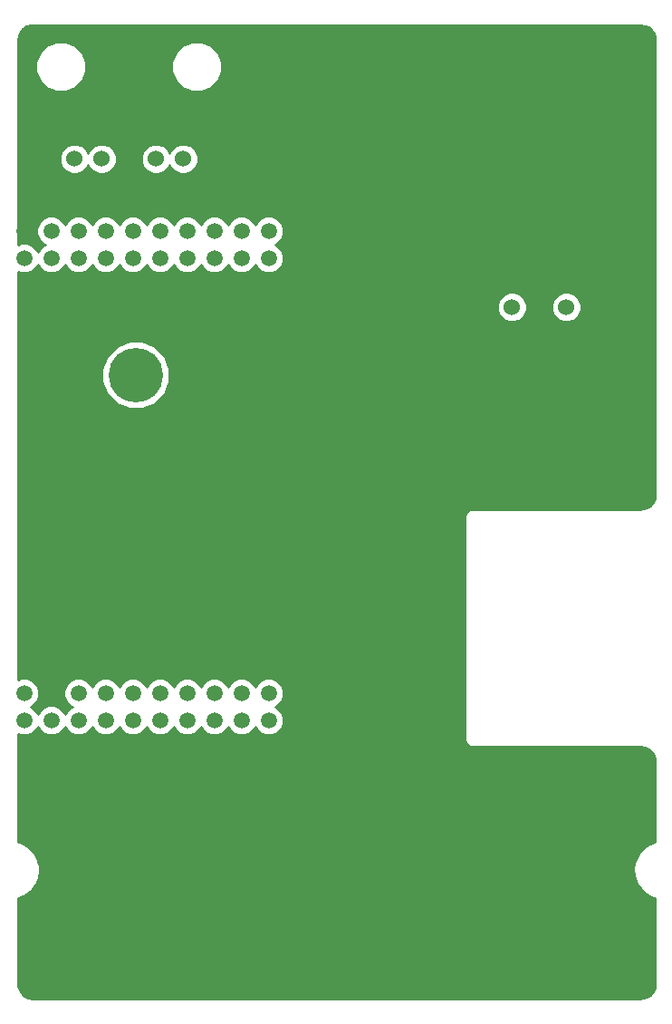
<source format=gbr>
G04 #@! TF.GenerationSoftware,KiCad,Pcbnew,(5.0.0)*
G04 #@! TF.CreationDate,2018-10-11T10:24:37-05:00*
G04 #@! TF.ProjectId,DriveBoard_Hardware,4472697665426F6172645F4861726477,rev?*
G04 #@! TF.SameCoordinates,Original*
G04 #@! TF.FileFunction,Copper,L2,Bot,Signal*
G04 #@! TF.FilePolarity,Positive*
%FSLAX46Y46*%
G04 Gerber Fmt 4.6, Leading zero omitted, Abs format (unit mm)*
G04 Created by KiCad (PCBNEW (5.0.0)) date 10/11/18 10:24:37*
%MOMM*%
%LPD*%
G01*
G04 APERTURE LIST*
G04 #@! TA.AperFunction,ComponentPad*
%ADD10C,5.080000*%
G04 #@! TD*
G04 #@! TA.AperFunction,ComponentPad*
%ADD11C,1.524000*%
G04 #@! TD*
G04 #@! TA.AperFunction,ComponentPad*
%ADD12C,1.520000*%
G04 #@! TD*
G04 #@! TA.AperFunction,Conductor*
%ADD13C,0.254000*%
G04 #@! TD*
G04 APERTURE END LIST*
D10*
G04 #@! TO.P,Conn1,1*
G04 #@! TO.N,GND*
X84353400Y-93727000D03*
G04 #@! TO.P,Conn1,2*
G04 #@! TO.N,/+12V*
X84353400Y-85726000D03*
G04 #@! TD*
D11*
G04 #@! TO.P,Conn2,1*
G04 #@! TO.N,Net-(Conn2-Pad1)*
X78613000Y-65532000D03*
G04 #@! TO.P,Conn2,2*
G04 #@! TO.N,Net-(Conn2-Pad2)*
X81153000Y-65532000D03*
G04 #@! TO.P,Conn2,3*
G04 #@! TO.N,GND*
X83693000Y-65532000D03*
G04 #@! TO.P,Conn2,4*
G04 #@! TO.N,TX_1_SL*
X86233000Y-65532000D03*
G04 #@! TO.P,Conn2,5*
G04 #@! TO.N,RX_1_SL*
X88773000Y-65532000D03*
G04 #@! TD*
D12*
G04 #@! TO.P,U1,+3V3*
G04 #@! TO.N,Net-(U1-Pad+3V3)*
X73914000Y-117983000D03*
G04 #@! TO.P,U1,PM6*
G04 #@! TO.N,Net-(U1-PadPM6)*
X96774000Y-72263000D03*
G04 #@! TO.P,U1,PQ1*
G04 #@! TO.N,Net-(U1-PadPQ1)*
X94234000Y-72263000D03*
G04 #@! TO.P,U1,PQ2*
G04 #@! TO.N,Net-(U1-PadPQ2)*
X86614000Y-72263000D03*
G04 #@! TO.P,U1,PK0*
G04 #@! TO.N,RX_2_IC*
X84074000Y-115443000D03*
G04 #@! TO.P,U1,PQ3*
G04 #@! TO.N,Net-(U1-PadPQ3)*
X89154000Y-72263000D03*
G04 #@! TO.P,U1,PP3*
G04 #@! TO.N,Net-(U1-PadPP3)*
X91694000Y-72263000D03*
G04 #@! TO.P,U1,PQ0*
G04 #@! TO.N,Net-(U1-PadPQ0)*
X89154000Y-117983000D03*
G04 #@! TO.P,U1,PA4*
G04 #@! TO.N,Net-(U1-PadPA4)*
X94234000Y-115443000D03*
G04 #@! TO.P,U1,Rese*
G04 #@! TO.N,Net-(U1-PadRese)*
X84074000Y-72263000D03*
G04 #@! TO.P,U1,PA7*
G04 #@! TO.N,Net-(U1-PadPA7)*
X81534000Y-72263000D03*
G04 #@! TO.P,U1,PN5*
G04 #@! TO.N,Net-(U1-PadPN5)*
X94234000Y-117983000D03*
G04 #@! TO.P,U1,PK2*
G04 #@! TO.N,Net-(U1-PadPK2)*
X89154000Y-115443000D03*
G04 #@! TO.P,U1,PK1*
G04 #@! TO.N,TX_2_IC*
X86614000Y-115443000D03*
G04 #@! TO.P,U1,+5V*
G04 #@! TO.N,+5V*
X73914000Y-115443000D03*
G04 #@! TO.P,U1,GND*
G04 #@! TO.N,GND*
X76454000Y-115443000D03*
G04 #@! TO.P,U1,PB4*
G04 #@! TO.N,Net-(U1-PadPB4)*
X78994000Y-115443000D03*
G04 #@! TO.P,U1,PB5*
G04 #@! TO.N,Net-(U1-PadPB5)*
X81534000Y-115443000D03*
G04 #@! TO.P,U1,PK3*
G04 #@! TO.N,Net-(U1-PadPK3)*
X91694000Y-115443000D03*
G04 #@! TO.P,U1,PA5*
G04 #@! TO.N,Net-(U1-PadPA5)*
X96774000Y-115443000D03*
G04 #@! TO.P,U1,PD2*
G04 #@! TO.N,Net-(U1-PadPD2)*
X76454000Y-117983000D03*
G04 #@! TO.P,U1,PP0*
G04 #@! TO.N,RX_1_IC*
X78994000Y-117983000D03*
G04 #@! TO.P,U1,PP1*
G04 #@! TO.N,TX_1_IC*
X81534000Y-117983000D03*
G04 #@! TO.P,U1,PD4*
G04 #@! TO.N,Net-(U1-PadPD4)*
X84074000Y-117983000D03*
G04 #@! TO.P,U1,PD5*
G04 #@! TO.N,Net-(U1-PadPD5)*
X86614000Y-117983000D03*
G04 #@! TO.P,U1,PP4*
G04 #@! TO.N,Net-(U1-PadPP4)*
X91694000Y-117983000D03*
G04 #@! TO.P,U1,PN4*
G04 #@! TO.N,Net-(U1-PadPN4)*
X96774000Y-117983000D03*
G04 #@! TO.P,U1,PG1*
G04 #@! TO.N,Net-(U1-PadPG1)*
X73914000Y-74803000D03*
G04 #@! TO.P,U1,PK4*
G04 #@! TO.N,Net-(U1-PadPK4)*
X76454000Y-74803000D03*
G04 #@! TO.P,U1,PK5*
G04 #@! TO.N,Net-(U1-PadPK5)*
X78994000Y-74803000D03*
G04 #@! TO.P,U1,PM0*
G04 #@! TO.N,Net-(U1-PadPM0)*
X81534000Y-74803000D03*
G04 #@! TO.P,U1,PM1*
G04 #@! TO.N,Net-(U1-PadPM1)*
X84074000Y-74803000D03*
G04 #@! TO.P,U1,PM2*
G04 #@! TO.N,Net-(U1-PadPM2)*
X86614000Y-74803000D03*
G04 #@! TO.P,U1,PH0*
G04 #@! TO.N,Net-(U1-PadPH0)*
X89154000Y-74803000D03*
G04 #@! TO.P,U1,PH1*
G04 #@! TO.N,Net-(U1-PadPH1)*
X91694000Y-74803000D03*
G04 #@! TO.P,U1,PK6*
G04 #@! TO.N,Net-(U1-PadPK6)*
X94234000Y-74803000D03*
G04 #@! TO.P,U1,PK7*
G04 #@! TO.N,Net-(U1-PadPK7)*
X96774000Y-74803000D03*
G04 #@! TO.P,U1,GND*
G04 #@! TO.N,GND*
X73914000Y-72263000D03*
G04 #@! TO.P,U1,PM7*
G04 #@! TO.N,Net-(U1-PadPM7)*
X76454000Y-72263000D03*
G04 #@! TO.P,U1,PP5*
G04 #@! TO.N,Net-(U1-PadPP5)*
X78994000Y-72263000D03*
G04 #@! TD*
D11*
G04 #@! TO.P,U3,1*
G04 #@! TO.N,/+12V*
X119507000Y-79375000D03*
G04 #@! TO.P,U3,2*
G04 #@! TO.N,GND*
X122047000Y-79375000D03*
G04 #@! TO.P,U3,3*
G04 #@! TO.N,+5V*
X124587000Y-79375000D03*
G04 #@! TD*
D13*
G04 #@! TO.N,GND*
G36*
X131941009Y-53094090D02*
X132280352Y-53248381D01*
X132562752Y-53491712D01*
X132765506Y-53804523D01*
X132879348Y-54185184D01*
X132894000Y-54382350D01*
X132894001Y-96850412D01*
X132833910Y-97270009D01*
X132679619Y-97609352D01*
X132436288Y-97891752D01*
X132123479Y-98094506D01*
X131742815Y-98208348D01*
X131545649Y-98223000D01*
X115893925Y-98223000D01*
X115824000Y-98209091D01*
X115754074Y-98223000D01*
X115546972Y-98264195D01*
X115312119Y-98421119D01*
X115155195Y-98655972D01*
X115100091Y-98933000D01*
X115114000Y-99002926D01*
X115114001Y-119691069D01*
X115100091Y-119761000D01*
X115155195Y-120038028D01*
X115312119Y-120272881D01*
X115546972Y-120429805D01*
X115754074Y-120471000D01*
X115754075Y-120471000D01*
X115824000Y-120484909D01*
X115893926Y-120471000D01*
X131521419Y-120471000D01*
X131941009Y-120531090D01*
X132280352Y-120685381D01*
X132562752Y-120928712D01*
X132765506Y-121241523D01*
X132879348Y-121622184D01*
X132894001Y-121819363D01*
X132894000Y-129324760D01*
X132548241Y-129428164D01*
X132460769Y-129468582D01*
X132372806Y-129507929D01*
X132365502Y-129512601D01*
X132365498Y-129512603D01*
X132365499Y-129512603D01*
X131882040Y-129825966D01*
X131809447Y-129889293D01*
X131736045Y-129951763D01*
X131730343Y-129958300D01*
X131354266Y-130394759D01*
X131302347Y-130475942D01*
X131249446Y-130556475D01*
X131245808Y-130564350D01*
X131007347Y-131088817D01*
X130980300Y-131181309D01*
X130952129Y-131273452D01*
X130950847Y-131282031D01*
X130869171Y-131852346D01*
X130869171Y-131924766D01*
X130863362Y-131996963D01*
X130863952Y-132005618D01*
X130886272Y-132305966D01*
X130901826Y-132376711D01*
X130911654Y-132448455D01*
X130914088Y-132456781D01*
X131079164Y-133008758D01*
X131119591Y-133096250D01*
X131158930Y-133184194D01*
X131163603Y-133191501D01*
X131476966Y-133674961D01*
X131540328Y-133747594D01*
X131602763Y-133820955D01*
X131609296Y-133826654D01*
X131609300Y-133826658D01*
X131609305Y-133826661D01*
X132045759Y-134202734D01*
X132126942Y-134254653D01*
X132207475Y-134307554D01*
X132215346Y-134311190D01*
X132215349Y-134311192D01*
X132215352Y-134311193D01*
X132739817Y-134549653D01*
X132832309Y-134576700D01*
X132894001Y-134595561D01*
X132894000Y-142570418D01*
X132833910Y-142990009D01*
X132679619Y-143329352D01*
X132436288Y-143611752D01*
X132123479Y-143814506D01*
X131742815Y-143928348D01*
X131545649Y-143943000D01*
X74726581Y-143943000D01*
X74306991Y-143882910D01*
X73967648Y-143728619D01*
X73685248Y-143485288D01*
X73482494Y-143172479D01*
X73368652Y-142791815D01*
X73354000Y-142594649D01*
X73354000Y-134581239D01*
X73699758Y-134477836D01*
X73787250Y-134437409D01*
X73875194Y-134398070D01*
X73882498Y-134393399D01*
X73882502Y-134393397D01*
X74365961Y-134080034D01*
X74438594Y-134016672D01*
X74511955Y-133954237D01*
X74517654Y-133947704D01*
X74517658Y-133947700D01*
X74517661Y-133947695D01*
X74893734Y-133511241D01*
X74945653Y-133430058D01*
X74998554Y-133349525D01*
X75002192Y-133341650D01*
X75240653Y-132817183D01*
X75267700Y-132724691D01*
X75295871Y-132632548D01*
X75297153Y-132623969D01*
X75378829Y-132053653D01*
X75378829Y-131981233D01*
X75384638Y-131909036D01*
X75384048Y-131900382D01*
X75361728Y-131600033D01*
X75346174Y-131529288D01*
X75336346Y-131457544D01*
X75333912Y-131449219D01*
X75168836Y-130897241D01*
X75128418Y-130809769D01*
X75089071Y-130721806D01*
X75084397Y-130714499D01*
X74771034Y-130231040D01*
X74707707Y-130158447D01*
X74645237Y-130085045D01*
X74638700Y-130079343D01*
X74202241Y-129703266D01*
X74121058Y-129651347D01*
X74040525Y-129598446D01*
X74032654Y-129594810D01*
X74032651Y-129594808D01*
X74032648Y-129594807D01*
X73508183Y-129356347D01*
X73415691Y-129329300D01*
X73354000Y-129310439D01*
X73354000Y-119260978D01*
X73636517Y-119378000D01*
X74191483Y-119378000D01*
X74704204Y-119165624D01*
X75096624Y-118773204D01*
X75184000Y-118562260D01*
X75271376Y-118773204D01*
X75663796Y-119165624D01*
X76176517Y-119378000D01*
X76731483Y-119378000D01*
X77244204Y-119165624D01*
X77636624Y-118773204D01*
X77724000Y-118562260D01*
X77811376Y-118773204D01*
X78203796Y-119165624D01*
X78716517Y-119378000D01*
X79271483Y-119378000D01*
X79784204Y-119165624D01*
X80176624Y-118773204D01*
X80264000Y-118562260D01*
X80351376Y-118773204D01*
X80743796Y-119165624D01*
X81256517Y-119378000D01*
X81811483Y-119378000D01*
X82324204Y-119165624D01*
X82716624Y-118773204D01*
X82804000Y-118562260D01*
X82891376Y-118773204D01*
X83283796Y-119165624D01*
X83796517Y-119378000D01*
X84351483Y-119378000D01*
X84864204Y-119165624D01*
X85256624Y-118773204D01*
X85344000Y-118562260D01*
X85431376Y-118773204D01*
X85823796Y-119165624D01*
X86336517Y-119378000D01*
X86891483Y-119378000D01*
X87404204Y-119165624D01*
X87796624Y-118773204D01*
X87884000Y-118562260D01*
X87971376Y-118773204D01*
X88363796Y-119165624D01*
X88876517Y-119378000D01*
X89431483Y-119378000D01*
X89944204Y-119165624D01*
X90336624Y-118773204D01*
X90424000Y-118562260D01*
X90511376Y-118773204D01*
X90903796Y-119165624D01*
X91416517Y-119378000D01*
X91971483Y-119378000D01*
X92484204Y-119165624D01*
X92876624Y-118773204D01*
X92964000Y-118562260D01*
X93051376Y-118773204D01*
X93443796Y-119165624D01*
X93956517Y-119378000D01*
X94511483Y-119378000D01*
X95024204Y-119165624D01*
X95416624Y-118773204D01*
X95504000Y-118562260D01*
X95591376Y-118773204D01*
X95983796Y-119165624D01*
X96496517Y-119378000D01*
X97051483Y-119378000D01*
X97564204Y-119165624D01*
X97956624Y-118773204D01*
X98169000Y-118260483D01*
X98169000Y-117705517D01*
X97956624Y-117192796D01*
X97564204Y-116800376D01*
X97353260Y-116713000D01*
X97564204Y-116625624D01*
X97956624Y-116233204D01*
X98169000Y-115720483D01*
X98169000Y-115165517D01*
X97956624Y-114652796D01*
X97564204Y-114260376D01*
X97051483Y-114048000D01*
X96496517Y-114048000D01*
X95983796Y-114260376D01*
X95591376Y-114652796D01*
X95504000Y-114863740D01*
X95416624Y-114652796D01*
X95024204Y-114260376D01*
X94511483Y-114048000D01*
X93956517Y-114048000D01*
X93443796Y-114260376D01*
X93051376Y-114652796D01*
X92964000Y-114863740D01*
X92876624Y-114652796D01*
X92484204Y-114260376D01*
X91971483Y-114048000D01*
X91416517Y-114048000D01*
X90903796Y-114260376D01*
X90511376Y-114652796D01*
X90424000Y-114863740D01*
X90336624Y-114652796D01*
X89944204Y-114260376D01*
X89431483Y-114048000D01*
X88876517Y-114048000D01*
X88363796Y-114260376D01*
X87971376Y-114652796D01*
X87884000Y-114863740D01*
X87796624Y-114652796D01*
X87404204Y-114260376D01*
X86891483Y-114048000D01*
X86336517Y-114048000D01*
X85823796Y-114260376D01*
X85431376Y-114652796D01*
X85344000Y-114863740D01*
X85256624Y-114652796D01*
X84864204Y-114260376D01*
X84351483Y-114048000D01*
X83796517Y-114048000D01*
X83283796Y-114260376D01*
X82891376Y-114652796D01*
X82804000Y-114863740D01*
X82716624Y-114652796D01*
X82324204Y-114260376D01*
X81811483Y-114048000D01*
X81256517Y-114048000D01*
X80743796Y-114260376D01*
X80351376Y-114652796D01*
X80264000Y-114863740D01*
X80176624Y-114652796D01*
X79784204Y-114260376D01*
X79271483Y-114048000D01*
X78716517Y-114048000D01*
X78203796Y-114260376D01*
X77811376Y-114652796D01*
X77599000Y-115165517D01*
X77599000Y-115720483D01*
X77811376Y-116233204D01*
X78203796Y-116625624D01*
X78414740Y-116713000D01*
X78203796Y-116800376D01*
X77811376Y-117192796D01*
X77724000Y-117403740D01*
X77636624Y-117192796D01*
X77244204Y-116800376D01*
X76731483Y-116588000D01*
X76176517Y-116588000D01*
X75663796Y-116800376D01*
X75271376Y-117192796D01*
X75184000Y-117403740D01*
X75096624Y-117192796D01*
X74704204Y-116800376D01*
X74493260Y-116713000D01*
X74704204Y-116625624D01*
X75096624Y-116233204D01*
X75309000Y-115720483D01*
X75309000Y-115165517D01*
X75096624Y-114652796D01*
X74704204Y-114260376D01*
X74191483Y-114048000D01*
X73636517Y-114048000D01*
X73354000Y-114165022D01*
X73354000Y-85094453D01*
X81178400Y-85094453D01*
X81178400Y-86357547D01*
X81661765Y-87524493D01*
X82554907Y-88417635D01*
X83721853Y-88901000D01*
X84984947Y-88901000D01*
X86151893Y-88417635D01*
X87045035Y-87524493D01*
X87528400Y-86357547D01*
X87528400Y-85094453D01*
X87045035Y-83927507D01*
X86151893Y-83034365D01*
X84984947Y-82551000D01*
X83721853Y-82551000D01*
X82554907Y-83034365D01*
X81661765Y-83927507D01*
X81178400Y-85094453D01*
X73354000Y-85094453D01*
X73354000Y-79097119D01*
X118110000Y-79097119D01*
X118110000Y-79652881D01*
X118322680Y-80166337D01*
X118715663Y-80559320D01*
X119229119Y-80772000D01*
X119784881Y-80772000D01*
X120298337Y-80559320D01*
X120691320Y-80166337D01*
X120904000Y-79652881D01*
X120904000Y-79097119D01*
X123190000Y-79097119D01*
X123190000Y-79652881D01*
X123402680Y-80166337D01*
X123795663Y-80559320D01*
X124309119Y-80772000D01*
X124864881Y-80772000D01*
X125378337Y-80559320D01*
X125771320Y-80166337D01*
X125984000Y-79652881D01*
X125984000Y-79097119D01*
X125771320Y-78583663D01*
X125378337Y-78190680D01*
X124864881Y-77978000D01*
X124309119Y-77978000D01*
X123795663Y-78190680D01*
X123402680Y-78583663D01*
X123190000Y-79097119D01*
X120904000Y-79097119D01*
X120691320Y-78583663D01*
X120298337Y-78190680D01*
X119784881Y-77978000D01*
X119229119Y-77978000D01*
X118715663Y-78190680D01*
X118322680Y-78583663D01*
X118110000Y-79097119D01*
X73354000Y-79097119D01*
X73354000Y-76080978D01*
X73636517Y-76198000D01*
X74191483Y-76198000D01*
X74704204Y-75985624D01*
X75096624Y-75593204D01*
X75184000Y-75382260D01*
X75271376Y-75593204D01*
X75663796Y-75985624D01*
X76176517Y-76198000D01*
X76731483Y-76198000D01*
X77244204Y-75985624D01*
X77636624Y-75593204D01*
X77724000Y-75382260D01*
X77811376Y-75593204D01*
X78203796Y-75985624D01*
X78716517Y-76198000D01*
X79271483Y-76198000D01*
X79784204Y-75985624D01*
X80176624Y-75593204D01*
X80264000Y-75382260D01*
X80351376Y-75593204D01*
X80743796Y-75985624D01*
X81256517Y-76198000D01*
X81811483Y-76198000D01*
X82324204Y-75985624D01*
X82716624Y-75593204D01*
X82804000Y-75382260D01*
X82891376Y-75593204D01*
X83283796Y-75985624D01*
X83796517Y-76198000D01*
X84351483Y-76198000D01*
X84864204Y-75985624D01*
X85256624Y-75593204D01*
X85344000Y-75382260D01*
X85431376Y-75593204D01*
X85823796Y-75985624D01*
X86336517Y-76198000D01*
X86891483Y-76198000D01*
X87404204Y-75985624D01*
X87796624Y-75593204D01*
X87884000Y-75382260D01*
X87971376Y-75593204D01*
X88363796Y-75985624D01*
X88876517Y-76198000D01*
X89431483Y-76198000D01*
X89944204Y-75985624D01*
X90336624Y-75593204D01*
X90424000Y-75382260D01*
X90511376Y-75593204D01*
X90903796Y-75985624D01*
X91416517Y-76198000D01*
X91971483Y-76198000D01*
X92484204Y-75985624D01*
X92876624Y-75593204D01*
X92964000Y-75382260D01*
X93051376Y-75593204D01*
X93443796Y-75985624D01*
X93956517Y-76198000D01*
X94511483Y-76198000D01*
X95024204Y-75985624D01*
X95416624Y-75593204D01*
X95504000Y-75382260D01*
X95591376Y-75593204D01*
X95983796Y-75985624D01*
X96496517Y-76198000D01*
X97051483Y-76198000D01*
X97564204Y-75985624D01*
X97956624Y-75593204D01*
X98169000Y-75080483D01*
X98169000Y-74525517D01*
X97956624Y-74012796D01*
X97564204Y-73620376D01*
X97353260Y-73533000D01*
X97564204Y-73445624D01*
X97956624Y-73053204D01*
X98169000Y-72540483D01*
X98169000Y-71985517D01*
X97956624Y-71472796D01*
X97564204Y-71080376D01*
X97051483Y-70868000D01*
X96496517Y-70868000D01*
X95983796Y-71080376D01*
X95591376Y-71472796D01*
X95504000Y-71683740D01*
X95416624Y-71472796D01*
X95024204Y-71080376D01*
X94511483Y-70868000D01*
X93956517Y-70868000D01*
X93443796Y-71080376D01*
X93051376Y-71472796D01*
X92964000Y-71683740D01*
X92876624Y-71472796D01*
X92484204Y-71080376D01*
X91971483Y-70868000D01*
X91416517Y-70868000D01*
X90903796Y-71080376D01*
X90511376Y-71472796D01*
X90424000Y-71683740D01*
X90336624Y-71472796D01*
X89944204Y-71080376D01*
X89431483Y-70868000D01*
X88876517Y-70868000D01*
X88363796Y-71080376D01*
X87971376Y-71472796D01*
X87884000Y-71683740D01*
X87796624Y-71472796D01*
X87404204Y-71080376D01*
X86891483Y-70868000D01*
X86336517Y-70868000D01*
X85823796Y-71080376D01*
X85431376Y-71472796D01*
X85344000Y-71683740D01*
X85256624Y-71472796D01*
X84864204Y-71080376D01*
X84351483Y-70868000D01*
X83796517Y-70868000D01*
X83283796Y-71080376D01*
X82891376Y-71472796D01*
X82804000Y-71683740D01*
X82716624Y-71472796D01*
X82324204Y-71080376D01*
X81811483Y-70868000D01*
X81256517Y-70868000D01*
X80743796Y-71080376D01*
X80351376Y-71472796D01*
X80264000Y-71683740D01*
X80176624Y-71472796D01*
X79784204Y-71080376D01*
X79271483Y-70868000D01*
X78716517Y-70868000D01*
X78203796Y-71080376D01*
X77811376Y-71472796D01*
X77724000Y-71683740D01*
X77636624Y-71472796D01*
X77244204Y-71080376D01*
X76731483Y-70868000D01*
X76176517Y-70868000D01*
X75663796Y-71080376D01*
X75271376Y-71472796D01*
X75059000Y-71985517D01*
X75059000Y-72540483D01*
X75271376Y-73053204D01*
X75663796Y-73445624D01*
X75874740Y-73533000D01*
X75663796Y-73620376D01*
X75271376Y-74012796D01*
X75184000Y-74223740D01*
X75096624Y-74012796D01*
X74704204Y-73620376D01*
X74191483Y-73408000D01*
X73636517Y-73408000D01*
X73354000Y-73525022D01*
X73354000Y-65254119D01*
X77216000Y-65254119D01*
X77216000Y-65809881D01*
X77428680Y-66323337D01*
X77821663Y-66716320D01*
X78335119Y-66929000D01*
X78890881Y-66929000D01*
X79404337Y-66716320D01*
X79797320Y-66323337D01*
X79883000Y-66116487D01*
X79968680Y-66323337D01*
X80361663Y-66716320D01*
X80875119Y-66929000D01*
X81430881Y-66929000D01*
X81944337Y-66716320D01*
X82337320Y-66323337D01*
X82550000Y-65809881D01*
X82550000Y-65254119D01*
X84836000Y-65254119D01*
X84836000Y-65809881D01*
X85048680Y-66323337D01*
X85441663Y-66716320D01*
X85955119Y-66929000D01*
X86510881Y-66929000D01*
X87024337Y-66716320D01*
X87417320Y-66323337D01*
X87503000Y-66116487D01*
X87588680Y-66323337D01*
X87981663Y-66716320D01*
X88495119Y-66929000D01*
X89050881Y-66929000D01*
X89564337Y-66716320D01*
X89957320Y-66323337D01*
X90170000Y-65809881D01*
X90170000Y-65254119D01*
X89957320Y-64740663D01*
X89564337Y-64347680D01*
X89050881Y-64135000D01*
X88495119Y-64135000D01*
X87981663Y-64347680D01*
X87588680Y-64740663D01*
X87503000Y-64947513D01*
X87417320Y-64740663D01*
X87024337Y-64347680D01*
X86510881Y-64135000D01*
X85955119Y-64135000D01*
X85441663Y-64347680D01*
X85048680Y-64740663D01*
X84836000Y-65254119D01*
X82550000Y-65254119D01*
X82337320Y-64740663D01*
X81944337Y-64347680D01*
X81430881Y-64135000D01*
X80875119Y-64135000D01*
X80361663Y-64347680D01*
X79968680Y-64740663D01*
X79883000Y-64947513D01*
X79797320Y-64740663D01*
X79404337Y-64347680D01*
X78890881Y-64135000D01*
X78335119Y-64135000D01*
X77821663Y-64347680D01*
X77428680Y-64740663D01*
X77216000Y-65254119D01*
X73354000Y-65254119D01*
X73354000Y-56426567D01*
X74983000Y-56426567D01*
X74983000Y-57365433D01*
X75342289Y-58232833D01*
X76006167Y-58896711D01*
X76873567Y-59256000D01*
X77812433Y-59256000D01*
X78679833Y-58896711D01*
X79343711Y-58232833D01*
X79703000Y-57365433D01*
X79703000Y-56426567D01*
X87683000Y-56426567D01*
X87683000Y-57365433D01*
X88042289Y-58232833D01*
X88706167Y-58896711D01*
X89573567Y-59256000D01*
X90512433Y-59256000D01*
X91379833Y-58896711D01*
X92043711Y-58232833D01*
X92403000Y-57365433D01*
X92403000Y-56426567D01*
X92043711Y-55559167D01*
X91379833Y-54895289D01*
X90512433Y-54536000D01*
X89573567Y-54536000D01*
X88706167Y-54895289D01*
X88042289Y-55559167D01*
X87683000Y-56426567D01*
X79703000Y-56426567D01*
X79343711Y-55559167D01*
X78679833Y-54895289D01*
X77812433Y-54536000D01*
X76873567Y-54536000D01*
X76006167Y-54895289D01*
X75342289Y-55559167D01*
X74983000Y-56426567D01*
X73354000Y-56426567D01*
X73354000Y-54406581D01*
X73414090Y-53986991D01*
X73568381Y-53647648D01*
X73811712Y-53365248D01*
X74124523Y-53162494D01*
X74505184Y-53048652D01*
X74702350Y-53034000D01*
X131521419Y-53034000D01*
X131941009Y-53094090D01*
X131941009Y-53094090D01*
G37*
X131941009Y-53094090D02*
X132280352Y-53248381D01*
X132562752Y-53491712D01*
X132765506Y-53804523D01*
X132879348Y-54185184D01*
X132894000Y-54382350D01*
X132894001Y-96850412D01*
X132833910Y-97270009D01*
X132679619Y-97609352D01*
X132436288Y-97891752D01*
X132123479Y-98094506D01*
X131742815Y-98208348D01*
X131545649Y-98223000D01*
X115893925Y-98223000D01*
X115824000Y-98209091D01*
X115754074Y-98223000D01*
X115546972Y-98264195D01*
X115312119Y-98421119D01*
X115155195Y-98655972D01*
X115100091Y-98933000D01*
X115114000Y-99002926D01*
X115114001Y-119691069D01*
X115100091Y-119761000D01*
X115155195Y-120038028D01*
X115312119Y-120272881D01*
X115546972Y-120429805D01*
X115754074Y-120471000D01*
X115754075Y-120471000D01*
X115824000Y-120484909D01*
X115893926Y-120471000D01*
X131521419Y-120471000D01*
X131941009Y-120531090D01*
X132280352Y-120685381D01*
X132562752Y-120928712D01*
X132765506Y-121241523D01*
X132879348Y-121622184D01*
X132894001Y-121819363D01*
X132894000Y-129324760D01*
X132548241Y-129428164D01*
X132460769Y-129468582D01*
X132372806Y-129507929D01*
X132365502Y-129512601D01*
X132365498Y-129512603D01*
X132365499Y-129512603D01*
X131882040Y-129825966D01*
X131809447Y-129889293D01*
X131736045Y-129951763D01*
X131730343Y-129958300D01*
X131354266Y-130394759D01*
X131302347Y-130475942D01*
X131249446Y-130556475D01*
X131245808Y-130564350D01*
X131007347Y-131088817D01*
X130980300Y-131181309D01*
X130952129Y-131273452D01*
X130950847Y-131282031D01*
X130869171Y-131852346D01*
X130869171Y-131924766D01*
X130863362Y-131996963D01*
X130863952Y-132005618D01*
X130886272Y-132305966D01*
X130901826Y-132376711D01*
X130911654Y-132448455D01*
X130914088Y-132456781D01*
X131079164Y-133008758D01*
X131119591Y-133096250D01*
X131158930Y-133184194D01*
X131163603Y-133191501D01*
X131476966Y-133674961D01*
X131540328Y-133747594D01*
X131602763Y-133820955D01*
X131609296Y-133826654D01*
X131609300Y-133826658D01*
X131609305Y-133826661D01*
X132045759Y-134202734D01*
X132126942Y-134254653D01*
X132207475Y-134307554D01*
X132215346Y-134311190D01*
X132215349Y-134311192D01*
X132215352Y-134311193D01*
X132739817Y-134549653D01*
X132832309Y-134576700D01*
X132894001Y-134595561D01*
X132894000Y-142570418D01*
X132833910Y-142990009D01*
X132679619Y-143329352D01*
X132436288Y-143611752D01*
X132123479Y-143814506D01*
X131742815Y-143928348D01*
X131545649Y-143943000D01*
X74726581Y-143943000D01*
X74306991Y-143882910D01*
X73967648Y-143728619D01*
X73685248Y-143485288D01*
X73482494Y-143172479D01*
X73368652Y-142791815D01*
X73354000Y-142594649D01*
X73354000Y-134581239D01*
X73699758Y-134477836D01*
X73787250Y-134437409D01*
X73875194Y-134398070D01*
X73882498Y-134393399D01*
X73882502Y-134393397D01*
X74365961Y-134080034D01*
X74438594Y-134016672D01*
X74511955Y-133954237D01*
X74517654Y-133947704D01*
X74517658Y-133947700D01*
X74517661Y-133947695D01*
X74893734Y-133511241D01*
X74945653Y-133430058D01*
X74998554Y-133349525D01*
X75002192Y-133341650D01*
X75240653Y-132817183D01*
X75267700Y-132724691D01*
X75295871Y-132632548D01*
X75297153Y-132623969D01*
X75378829Y-132053653D01*
X75378829Y-131981233D01*
X75384638Y-131909036D01*
X75384048Y-131900382D01*
X75361728Y-131600033D01*
X75346174Y-131529288D01*
X75336346Y-131457544D01*
X75333912Y-131449219D01*
X75168836Y-130897241D01*
X75128418Y-130809769D01*
X75089071Y-130721806D01*
X75084397Y-130714499D01*
X74771034Y-130231040D01*
X74707707Y-130158447D01*
X74645237Y-130085045D01*
X74638700Y-130079343D01*
X74202241Y-129703266D01*
X74121058Y-129651347D01*
X74040525Y-129598446D01*
X74032654Y-129594810D01*
X74032651Y-129594808D01*
X74032648Y-129594807D01*
X73508183Y-129356347D01*
X73415691Y-129329300D01*
X73354000Y-129310439D01*
X73354000Y-119260978D01*
X73636517Y-119378000D01*
X74191483Y-119378000D01*
X74704204Y-119165624D01*
X75096624Y-118773204D01*
X75184000Y-118562260D01*
X75271376Y-118773204D01*
X75663796Y-119165624D01*
X76176517Y-119378000D01*
X76731483Y-119378000D01*
X77244204Y-119165624D01*
X77636624Y-118773204D01*
X77724000Y-118562260D01*
X77811376Y-118773204D01*
X78203796Y-119165624D01*
X78716517Y-119378000D01*
X79271483Y-119378000D01*
X79784204Y-119165624D01*
X80176624Y-118773204D01*
X80264000Y-118562260D01*
X80351376Y-118773204D01*
X80743796Y-119165624D01*
X81256517Y-119378000D01*
X81811483Y-119378000D01*
X82324204Y-119165624D01*
X82716624Y-118773204D01*
X82804000Y-118562260D01*
X82891376Y-118773204D01*
X83283796Y-119165624D01*
X83796517Y-119378000D01*
X84351483Y-119378000D01*
X84864204Y-119165624D01*
X85256624Y-118773204D01*
X85344000Y-118562260D01*
X85431376Y-118773204D01*
X85823796Y-119165624D01*
X86336517Y-119378000D01*
X86891483Y-119378000D01*
X87404204Y-119165624D01*
X87796624Y-118773204D01*
X87884000Y-118562260D01*
X87971376Y-118773204D01*
X88363796Y-119165624D01*
X88876517Y-119378000D01*
X89431483Y-119378000D01*
X89944204Y-119165624D01*
X90336624Y-118773204D01*
X90424000Y-118562260D01*
X90511376Y-118773204D01*
X90903796Y-119165624D01*
X91416517Y-119378000D01*
X91971483Y-119378000D01*
X92484204Y-119165624D01*
X92876624Y-118773204D01*
X92964000Y-118562260D01*
X93051376Y-118773204D01*
X93443796Y-119165624D01*
X93956517Y-119378000D01*
X94511483Y-119378000D01*
X95024204Y-119165624D01*
X95416624Y-118773204D01*
X95504000Y-118562260D01*
X95591376Y-118773204D01*
X95983796Y-119165624D01*
X96496517Y-119378000D01*
X97051483Y-119378000D01*
X97564204Y-119165624D01*
X97956624Y-118773204D01*
X98169000Y-118260483D01*
X98169000Y-117705517D01*
X97956624Y-117192796D01*
X97564204Y-116800376D01*
X97353260Y-116713000D01*
X97564204Y-116625624D01*
X97956624Y-116233204D01*
X98169000Y-115720483D01*
X98169000Y-115165517D01*
X97956624Y-114652796D01*
X97564204Y-114260376D01*
X97051483Y-114048000D01*
X96496517Y-114048000D01*
X95983796Y-114260376D01*
X95591376Y-114652796D01*
X95504000Y-114863740D01*
X95416624Y-114652796D01*
X95024204Y-114260376D01*
X94511483Y-114048000D01*
X93956517Y-114048000D01*
X93443796Y-114260376D01*
X93051376Y-114652796D01*
X92964000Y-114863740D01*
X92876624Y-114652796D01*
X92484204Y-114260376D01*
X91971483Y-114048000D01*
X91416517Y-114048000D01*
X90903796Y-114260376D01*
X90511376Y-114652796D01*
X90424000Y-114863740D01*
X90336624Y-114652796D01*
X89944204Y-114260376D01*
X89431483Y-114048000D01*
X88876517Y-114048000D01*
X88363796Y-114260376D01*
X87971376Y-114652796D01*
X87884000Y-114863740D01*
X87796624Y-114652796D01*
X87404204Y-114260376D01*
X86891483Y-114048000D01*
X86336517Y-114048000D01*
X85823796Y-114260376D01*
X85431376Y-114652796D01*
X85344000Y-114863740D01*
X85256624Y-114652796D01*
X84864204Y-114260376D01*
X84351483Y-114048000D01*
X83796517Y-114048000D01*
X83283796Y-114260376D01*
X82891376Y-114652796D01*
X82804000Y-114863740D01*
X82716624Y-114652796D01*
X82324204Y-114260376D01*
X81811483Y-114048000D01*
X81256517Y-114048000D01*
X80743796Y-114260376D01*
X80351376Y-114652796D01*
X80264000Y-114863740D01*
X80176624Y-114652796D01*
X79784204Y-114260376D01*
X79271483Y-114048000D01*
X78716517Y-114048000D01*
X78203796Y-114260376D01*
X77811376Y-114652796D01*
X77599000Y-115165517D01*
X77599000Y-115720483D01*
X77811376Y-116233204D01*
X78203796Y-116625624D01*
X78414740Y-116713000D01*
X78203796Y-116800376D01*
X77811376Y-117192796D01*
X77724000Y-117403740D01*
X77636624Y-117192796D01*
X77244204Y-116800376D01*
X76731483Y-116588000D01*
X76176517Y-116588000D01*
X75663796Y-116800376D01*
X75271376Y-117192796D01*
X75184000Y-117403740D01*
X75096624Y-117192796D01*
X74704204Y-116800376D01*
X74493260Y-116713000D01*
X74704204Y-116625624D01*
X75096624Y-116233204D01*
X75309000Y-115720483D01*
X75309000Y-115165517D01*
X75096624Y-114652796D01*
X74704204Y-114260376D01*
X74191483Y-114048000D01*
X73636517Y-114048000D01*
X73354000Y-114165022D01*
X73354000Y-85094453D01*
X81178400Y-85094453D01*
X81178400Y-86357547D01*
X81661765Y-87524493D01*
X82554907Y-88417635D01*
X83721853Y-88901000D01*
X84984947Y-88901000D01*
X86151893Y-88417635D01*
X87045035Y-87524493D01*
X87528400Y-86357547D01*
X87528400Y-85094453D01*
X87045035Y-83927507D01*
X86151893Y-83034365D01*
X84984947Y-82551000D01*
X83721853Y-82551000D01*
X82554907Y-83034365D01*
X81661765Y-83927507D01*
X81178400Y-85094453D01*
X73354000Y-85094453D01*
X73354000Y-79097119D01*
X118110000Y-79097119D01*
X118110000Y-79652881D01*
X118322680Y-80166337D01*
X118715663Y-80559320D01*
X119229119Y-80772000D01*
X119784881Y-80772000D01*
X120298337Y-80559320D01*
X120691320Y-80166337D01*
X120904000Y-79652881D01*
X120904000Y-79097119D01*
X123190000Y-79097119D01*
X123190000Y-79652881D01*
X123402680Y-80166337D01*
X123795663Y-80559320D01*
X124309119Y-80772000D01*
X124864881Y-80772000D01*
X125378337Y-80559320D01*
X125771320Y-80166337D01*
X125984000Y-79652881D01*
X125984000Y-79097119D01*
X125771320Y-78583663D01*
X125378337Y-78190680D01*
X124864881Y-77978000D01*
X124309119Y-77978000D01*
X123795663Y-78190680D01*
X123402680Y-78583663D01*
X123190000Y-79097119D01*
X120904000Y-79097119D01*
X120691320Y-78583663D01*
X120298337Y-78190680D01*
X119784881Y-77978000D01*
X119229119Y-77978000D01*
X118715663Y-78190680D01*
X118322680Y-78583663D01*
X118110000Y-79097119D01*
X73354000Y-79097119D01*
X73354000Y-76080978D01*
X73636517Y-76198000D01*
X74191483Y-76198000D01*
X74704204Y-75985624D01*
X75096624Y-75593204D01*
X75184000Y-75382260D01*
X75271376Y-75593204D01*
X75663796Y-75985624D01*
X76176517Y-76198000D01*
X76731483Y-76198000D01*
X77244204Y-75985624D01*
X77636624Y-75593204D01*
X77724000Y-75382260D01*
X77811376Y-75593204D01*
X78203796Y-75985624D01*
X78716517Y-76198000D01*
X79271483Y-76198000D01*
X79784204Y-75985624D01*
X80176624Y-75593204D01*
X80264000Y-75382260D01*
X80351376Y-75593204D01*
X80743796Y-75985624D01*
X81256517Y-76198000D01*
X81811483Y-76198000D01*
X82324204Y-75985624D01*
X82716624Y-75593204D01*
X82804000Y-75382260D01*
X82891376Y-75593204D01*
X83283796Y-75985624D01*
X83796517Y-76198000D01*
X84351483Y-76198000D01*
X84864204Y-75985624D01*
X85256624Y-75593204D01*
X85344000Y-75382260D01*
X85431376Y-75593204D01*
X85823796Y-75985624D01*
X86336517Y-76198000D01*
X86891483Y-76198000D01*
X87404204Y-75985624D01*
X87796624Y-75593204D01*
X87884000Y-75382260D01*
X87971376Y-75593204D01*
X88363796Y-75985624D01*
X88876517Y-76198000D01*
X89431483Y-76198000D01*
X89944204Y-75985624D01*
X90336624Y-75593204D01*
X90424000Y-75382260D01*
X90511376Y-75593204D01*
X90903796Y-75985624D01*
X91416517Y-76198000D01*
X91971483Y-76198000D01*
X92484204Y-75985624D01*
X92876624Y-75593204D01*
X92964000Y-75382260D01*
X93051376Y-75593204D01*
X93443796Y-75985624D01*
X93956517Y-76198000D01*
X94511483Y-76198000D01*
X95024204Y-75985624D01*
X95416624Y-75593204D01*
X95504000Y-75382260D01*
X95591376Y-75593204D01*
X95983796Y-75985624D01*
X96496517Y-76198000D01*
X97051483Y-76198000D01*
X97564204Y-75985624D01*
X97956624Y-75593204D01*
X98169000Y-75080483D01*
X98169000Y-74525517D01*
X97956624Y-74012796D01*
X97564204Y-73620376D01*
X97353260Y-73533000D01*
X97564204Y-73445624D01*
X97956624Y-73053204D01*
X98169000Y-72540483D01*
X98169000Y-71985517D01*
X97956624Y-71472796D01*
X97564204Y-71080376D01*
X97051483Y-70868000D01*
X96496517Y-70868000D01*
X95983796Y-71080376D01*
X95591376Y-71472796D01*
X95504000Y-71683740D01*
X95416624Y-71472796D01*
X95024204Y-71080376D01*
X94511483Y-70868000D01*
X93956517Y-70868000D01*
X93443796Y-71080376D01*
X93051376Y-71472796D01*
X92964000Y-71683740D01*
X92876624Y-71472796D01*
X92484204Y-71080376D01*
X91971483Y-70868000D01*
X91416517Y-70868000D01*
X90903796Y-71080376D01*
X90511376Y-71472796D01*
X90424000Y-71683740D01*
X90336624Y-71472796D01*
X89944204Y-71080376D01*
X89431483Y-70868000D01*
X88876517Y-70868000D01*
X88363796Y-71080376D01*
X87971376Y-71472796D01*
X87884000Y-71683740D01*
X87796624Y-71472796D01*
X87404204Y-71080376D01*
X86891483Y-70868000D01*
X86336517Y-70868000D01*
X85823796Y-71080376D01*
X85431376Y-71472796D01*
X85344000Y-71683740D01*
X85256624Y-71472796D01*
X84864204Y-71080376D01*
X84351483Y-70868000D01*
X83796517Y-70868000D01*
X83283796Y-71080376D01*
X82891376Y-71472796D01*
X82804000Y-71683740D01*
X82716624Y-71472796D01*
X82324204Y-71080376D01*
X81811483Y-70868000D01*
X81256517Y-70868000D01*
X80743796Y-71080376D01*
X80351376Y-71472796D01*
X80264000Y-71683740D01*
X80176624Y-71472796D01*
X79784204Y-71080376D01*
X79271483Y-70868000D01*
X78716517Y-70868000D01*
X78203796Y-71080376D01*
X77811376Y-71472796D01*
X77724000Y-71683740D01*
X77636624Y-71472796D01*
X77244204Y-71080376D01*
X76731483Y-70868000D01*
X76176517Y-70868000D01*
X75663796Y-71080376D01*
X75271376Y-71472796D01*
X75059000Y-71985517D01*
X75059000Y-72540483D01*
X75271376Y-73053204D01*
X75663796Y-73445624D01*
X75874740Y-73533000D01*
X75663796Y-73620376D01*
X75271376Y-74012796D01*
X75184000Y-74223740D01*
X75096624Y-74012796D01*
X74704204Y-73620376D01*
X74191483Y-73408000D01*
X73636517Y-73408000D01*
X73354000Y-73525022D01*
X73354000Y-65254119D01*
X77216000Y-65254119D01*
X77216000Y-65809881D01*
X77428680Y-66323337D01*
X77821663Y-66716320D01*
X78335119Y-66929000D01*
X78890881Y-66929000D01*
X79404337Y-66716320D01*
X79797320Y-66323337D01*
X79883000Y-66116487D01*
X79968680Y-66323337D01*
X80361663Y-66716320D01*
X80875119Y-66929000D01*
X81430881Y-66929000D01*
X81944337Y-66716320D01*
X82337320Y-66323337D01*
X82550000Y-65809881D01*
X82550000Y-65254119D01*
X84836000Y-65254119D01*
X84836000Y-65809881D01*
X85048680Y-66323337D01*
X85441663Y-66716320D01*
X85955119Y-66929000D01*
X86510881Y-66929000D01*
X87024337Y-66716320D01*
X87417320Y-66323337D01*
X87503000Y-66116487D01*
X87588680Y-66323337D01*
X87981663Y-66716320D01*
X88495119Y-66929000D01*
X89050881Y-66929000D01*
X89564337Y-66716320D01*
X89957320Y-66323337D01*
X90170000Y-65809881D01*
X90170000Y-65254119D01*
X89957320Y-64740663D01*
X89564337Y-64347680D01*
X89050881Y-64135000D01*
X88495119Y-64135000D01*
X87981663Y-64347680D01*
X87588680Y-64740663D01*
X87503000Y-64947513D01*
X87417320Y-64740663D01*
X87024337Y-64347680D01*
X86510881Y-64135000D01*
X85955119Y-64135000D01*
X85441663Y-64347680D01*
X85048680Y-64740663D01*
X84836000Y-65254119D01*
X82550000Y-65254119D01*
X82337320Y-64740663D01*
X81944337Y-64347680D01*
X81430881Y-64135000D01*
X80875119Y-64135000D01*
X80361663Y-64347680D01*
X79968680Y-64740663D01*
X79883000Y-64947513D01*
X79797320Y-64740663D01*
X79404337Y-64347680D01*
X78890881Y-64135000D01*
X78335119Y-64135000D01*
X77821663Y-64347680D01*
X77428680Y-64740663D01*
X77216000Y-65254119D01*
X73354000Y-65254119D01*
X73354000Y-56426567D01*
X74983000Y-56426567D01*
X74983000Y-57365433D01*
X75342289Y-58232833D01*
X76006167Y-58896711D01*
X76873567Y-59256000D01*
X77812433Y-59256000D01*
X78679833Y-58896711D01*
X79343711Y-58232833D01*
X79703000Y-57365433D01*
X79703000Y-56426567D01*
X87683000Y-56426567D01*
X87683000Y-57365433D01*
X88042289Y-58232833D01*
X88706167Y-58896711D01*
X89573567Y-59256000D01*
X90512433Y-59256000D01*
X91379833Y-58896711D01*
X92043711Y-58232833D01*
X92403000Y-57365433D01*
X92403000Y-56426567D01*
X92043711Y-55559167D01*
X91379833Y-54895289D01*
X90512433Y-54536000D01*
X89573567Y-54536000D01*
X88706167Y-54895289D01*
X88042289Y-55559167D01*
X87683000Y-56426567D01*
X79703000Y-56426567D01*
X79343711Y-55559167D01*
X78679833Y-54895289D01*
X77812433Y-54536000D01*
X76873567Y-54536000D01*
X76006167Y-54895289D01*
X75342289Y-55559167D01*
X74983000Y-56426567D01*
X73354000Y-56426567D01*
X73354000Y-54406581D01*
X73414090Y-53986991D01*
X73568381Y-53647648D01*
X73811712Y-53365248D01*
X74124523Y-53162494D01*
X74505184Y-53048652D01*
X74702350Y-53034000D01*
X131521419Y-53034000D01*
X131941009Y-53094090D01*
G04 #@! TD*
M02*

</source>
